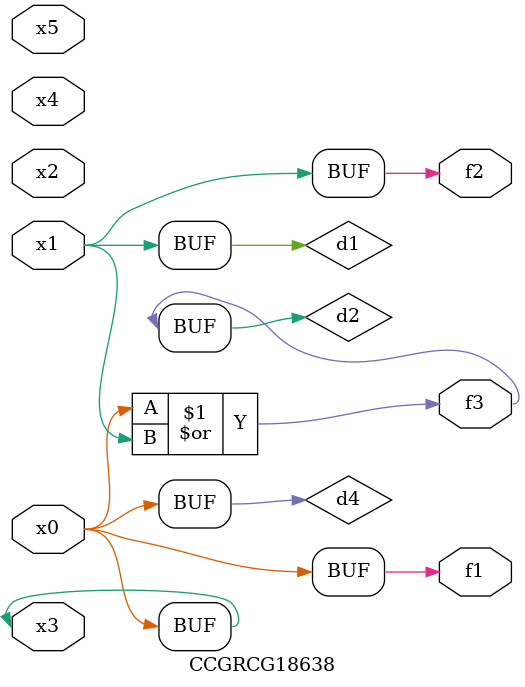
<source format=v>
module CCGRCG18638(
	input x0, x1, x2, x3, x4, x5,
	output f1, f2, f3
);

	wire d1, d2, d3, d4;

	and (d1, x1);
	or (d2, x0, x1);
	nand (d3, x0, x5);
	buf (d4, x0, x3);
	assign f1 = d4;
	assign f2 = d1;
	assign f3 = d2;
endmodule

</source>
